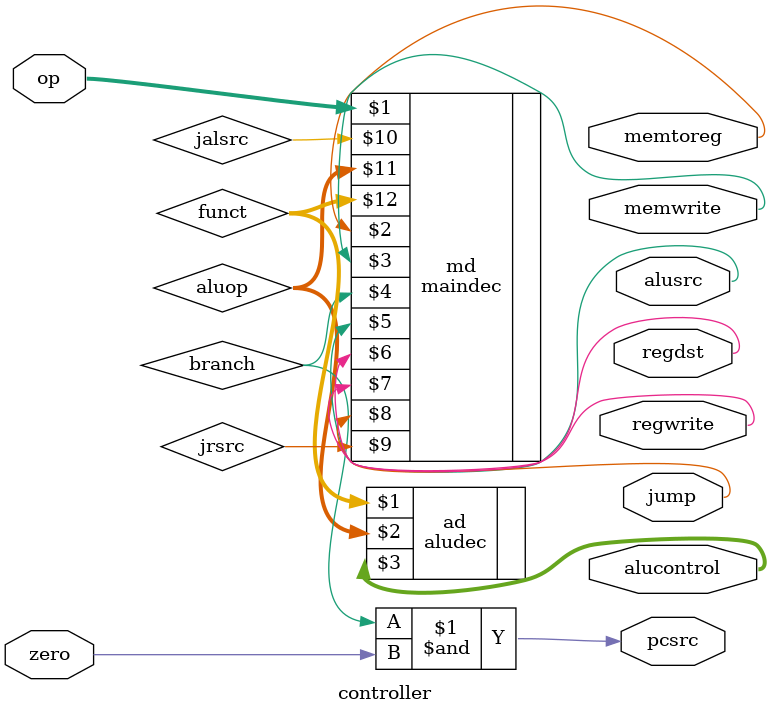
<source format=sv>
`ifndef CONTROLLER
`define CONTROLLER

`timescale 1ns/100ps

`include "../maindec/maindec.sv"
`include "../aludec/aludec.sv"

module controller
    #(parameter n = 32)(
    //
    // ---------------- PORT DEFINITIONS ----------------
    //
    input  logic [5:0] op,
    input  logic       zero,
    output logic       memtoreg, memwrite,
    output logic       pcsrc, alusrc,
    output logic       regdst, regwrite,
    output logic       jump,
    output logic [3:0] alucontrol
);
    //
    // ---------------- MODULE DESIGN IMPLEMENTATION ----------------
    //
    logic [1:0] aluop;
    logic [3:0] funct;
    logic       branch, jrsrc, jalsrc;
    
    // CPU main decoder
    maindec md(op, memtoreg, memwrite, branch, alusrc, regdst, regwrite, jump, jrsrc, jalsrc, aluop, funct);
    // CPU's ALU decoder
    aludec  ad(funct, aluop, alucontrol);

  assign pcsrc = branch & zero;

endmodule

`endif // CONTROLLER

</source>
